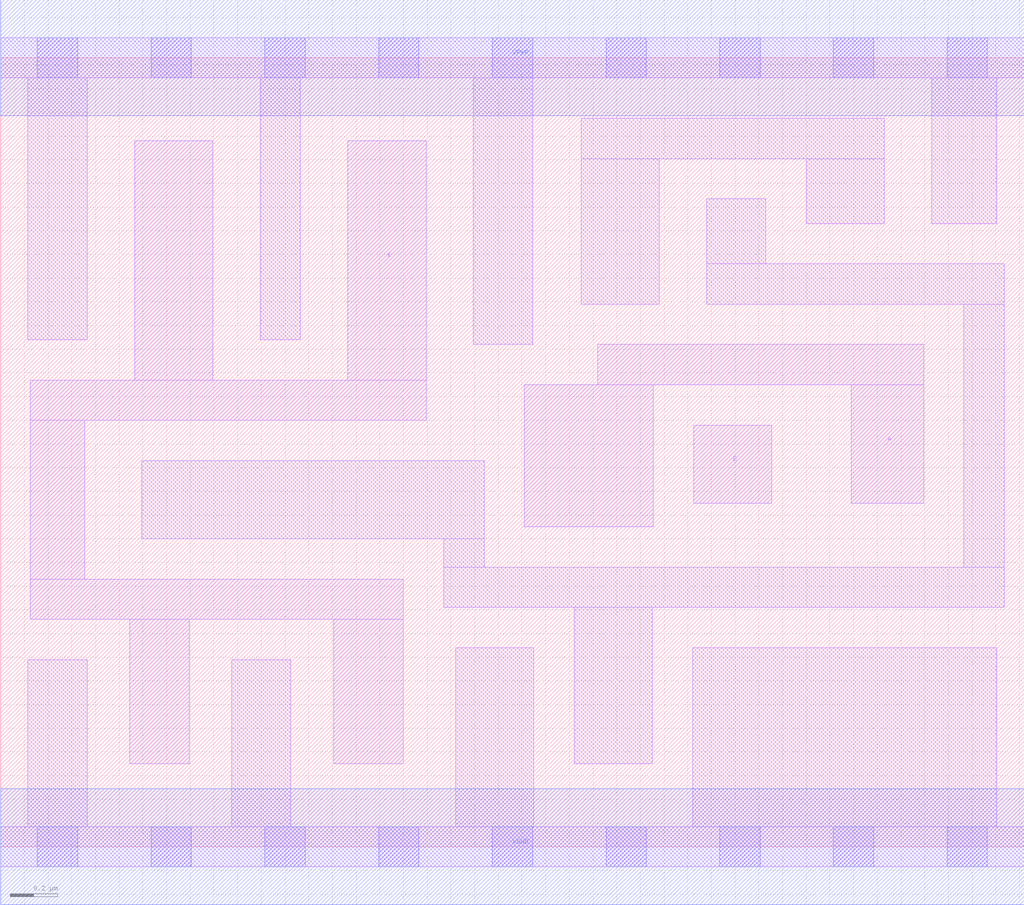
<source format=lef>
# Copyright 2020 The SkyWater PDK Authors
#
# Licensed under the Apache License, Version 2.0 (the "License");
# you may not use this file except in compliance with the License.
# You may obtain a copy of the License at
#
#     https://www.apache.org/licenses/LICENSE-2.0
#
# Unless required by applicable law or agreed to in writing, software
# distributed under the License is distributed on an "AS IS" BASIS,
# WITHOUT WARRANTIES OR CONDITIONS OF ANY KIND, either express or implied.
# See the License for the specific language governing permissions and
# limitations under the License.
#
# SPDX-License-Identifier: Apache-2.0

VERSION 5.5 ;
NAMESCASESENSITIVE ON ;
BUSBITCHARS "[]" ;
DIVIDERCHAR "/" ;
MACRO sky130_fd_sc_ls__or2_4
  CLASS CORE ;
  SOURCE USER ;
  ORIGIN  0.000000  0.000000 ;
  SIZE  4.320000 BY  3.330000 ;
  SYMMETRY X Y ;
  SITE unit ;
  PIN A
    ANTENNAGATEAREA  0.411000 ;
    DIRECTION INPUT ;
    USE SIGNAL ;
    PORT
      LAYER li1 ;
        RECT 2.210000 1.350000 2.755000 1.950000 ;
        RECT 2.520000 1.950000 3.895000 2.120000 ;
        RECT 3.590000 1.450000 3.895000 1.950000 ;
    END
  END A
  PIN B
    ANTENNAGATEAREA  0.411000 ;
    DIRECTION INPUT ;
    USE SIGNAL ;
    PORT
      LAYER li1 ;
        RECT 2.925000 1.450000 3.255000 1.780000 ;
    END
  END B
  PIN X
    ANTENNADIFFAREA  1.149300 ;
    DIRECTION OUTPUT ;
    USE SIGNAL ;
    PORT
      LAYER li1 ;
        RECT 0.125000 0.960000 1.700000 1.130000 ;
        RECT 0.125000 1.130000 0.355000 1.800000 ;
        RECT 0.125000 1.800000 1.795000 1.970000 ;
        RECT 0.545000 0.350000 0.795000 0.960000 ;
        RECT 0.565000 1.970000 0.895000 2.980000 ;
        RECT 1.405000 0.350000 1.700000 0.960000 ;
        RECT 1.465000 1.970000 1.795000 2.980000 ;
    END
  END X
  PIN VGND
    DIRECTION INOUT ;
    SHAPE ABUTMENT ;
    USE GROUND ;
    PORT
      LAYER met1 ;
        RECT 0.000000 -0.245000 4.320000 0.245000 ;
    END
  END VGND
  PIN VPWR
    DIRECTION INOUT ;
    SHAPE ABUTMENT ;
    USE POWER ;
    PORT
      LAYER met1 ;
        RECT 0.000000 3.085000 4.320000 3.575000 ;
    END
  END VPWR
  OBS
    LAYER li1 ;
      RECT 0.000000 -0.085000 4.320000 0.085000 ;
      RECT 0.000000  3.245000 4.320000 3.415000 ;
      RECT 0.115000  0.085000 0.365000 0.790000 ;
      RECT 0.115000  2.140000 0.365000 3.245000 ;
      RECT 0.595000  1.300000 2.040000 1.630000 ;
      RECT 0.975000  0.085000 1.225000 0.790000 ;
      RECT 1.095000  2.140000 1.265000 3.245000 ;
      RECT 1.870000  1.010000 4.235000 1.180000 ;
      RECT 1.870000  1.180000 2.040000 1.300000 ;
      RECT 1.920000  0.085000 2.250000 0.840000 ;
      RECT 1.995000  2.120000 2.245000 3.245000 ;
      RECT 2.420000  0.350000 2.750000 1.010000 ;
      RECT 2.450000  2.290000 2.780000 2.905000 ;
      RECT 2.450000  2.905000 3.730000 3.075000 ;
      RECT 2.920000  0.085000 4.205000 0.840000 ;
      RECT 2.980000  2.290000 4.235000 2.460000 ;
      RECT 2.980000  2.460000 3.230000 2.735000 ;
      RECT 3.400000  2.630000 3.730000 2.905000 ;
      RECT 3.930000  2.630000 4.205000 3.245000 ;
      RECT 4.065000  1.180000 4.235000 2.290000 ;
    LAYER mcon ;
      RECT 0.155000 -0.085000 0.325000 0.085000 ;
      RECT 0.155000  3.245000 0.325000 3.415000 ;
      RECT 0.635000 -0.085000 0.805000 0.085000 ;
      RECT 0.635000  3.245000 0.805000 3.415000 ;
      RECT 1.115000 -0.085000 1.285000 0.085000 ;
      RECT 1.115000  3.245000 1.285000 3.415000 ;
      RECT 1.595000 -0.085000 1.765000 0.085000 ;
      RECT 1.595000  3.245000 1.765000 3.415000 ;
      RECT 2.075000 -0.085000 2.245000 0.085000 ;
      RECT 2.075000  3.245000 2.245000 3.415000 ;
      RECT 2.555000 -0.085000 2.725000 0.085000 ;
      RECT 2.555000  3.245000 2.725000 3.415000 ;
      RECT 3.035000 -0.085000 3.205000 0.085000 ;
      RECT 3.035000  3.245000 3.205000 3.415000 ;
      RECT 3.515000 -0.085000 3.685000 0.085000 ;
      RECT 3.515000  3.245000 3.685000 3.415000 ;
      RECT 3.995000 -0.085000 4.165000 0.085000 ;
      RECT 3.995000  3.245000 4.165000 3.415000 ;
  END
END sky130_fd_sc_ls__or2_4
END LIBRARY

</source>
